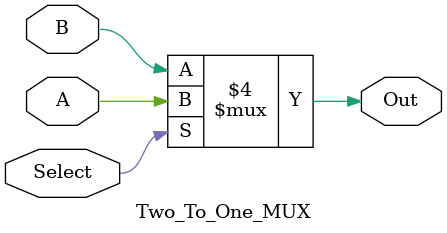
<source format=v>
module Two_To_One_MUX(A,B,Select,Out);

input A;
input B;
input Select;
output Out;

reg Out;

always @(Select or A or B)
	begin
		if (Select == 1) begin
				Out = A;
		end else begin
				Out = B;
		end
   end

endmodule

</source>
